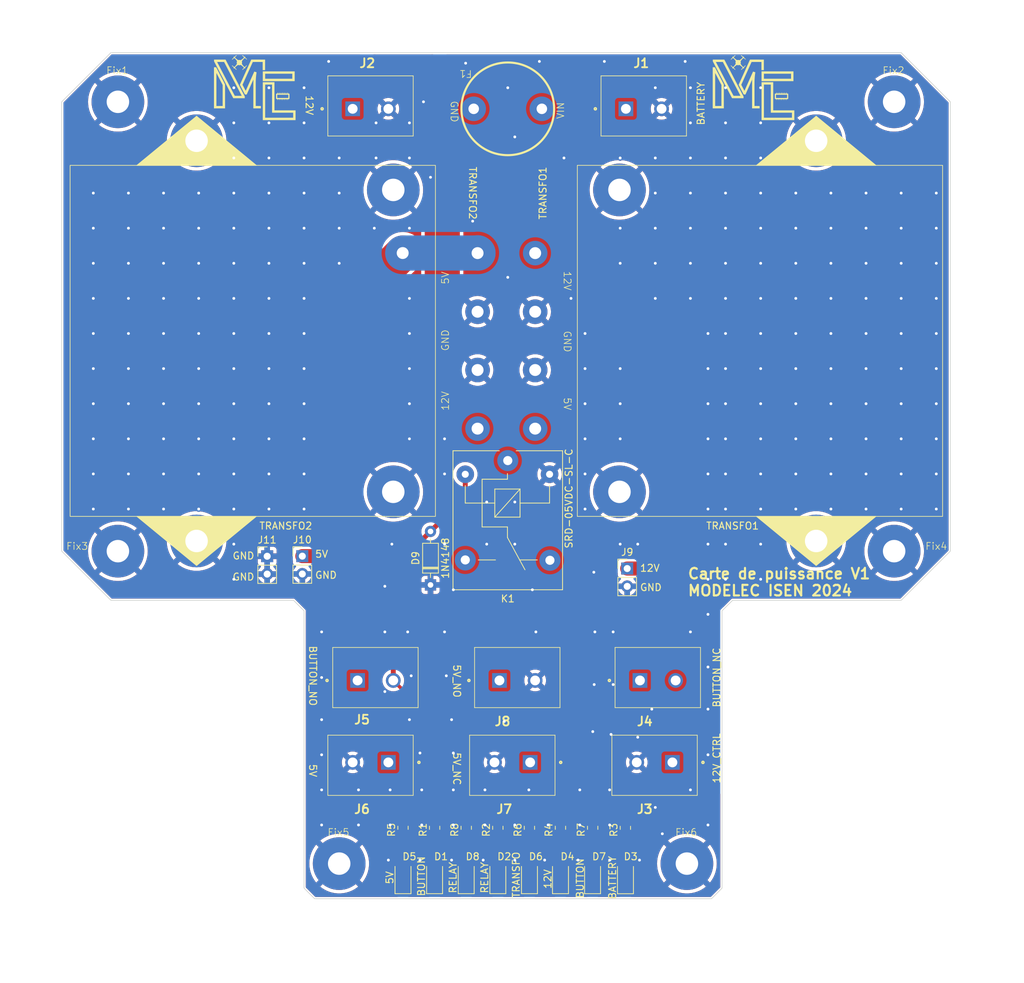
<source format=kicad_pcb>
(kicad_pcb (version 20221018) (generator pcbnew)
  (title_block (title "Carte de puissance") (date "2023-12-20") (rev "1.1") (company "Modelec"))
  (layers (0 "F.Cu" signal) (31 "B.Cu" signal) (34 "B.Paste" user) (35 "F.Paste" user) (36 "B.SilkS" user "B.Silkscreen") (37 "F.SilkS" user "F.Silkscreen") (38 "B.Mask" user) (39 "F.Mask" user) (44 "Edge.Cuts" user))
  (net 0 "")
  (net 1 "GND")
  (net 2 "Net-(D1-A)")
  (net 3 "Net-(D2-A)")
  (net 4 "Net-(D3-A)")
  (net 5 "Net-(D4-A)")
  (net 6 "Net-(D5-A)")
  (net 7 "Net-(D6-A)")
  (net 8 "Net-(D7-A)")
  (net 9 "Net-(D8-A)")
  (net 10 "+12V")
  (net 11 "+5V")
  (net 12 "BUTTON_NO")
  (net 13 "BATTERY")
  (net 14 "RELAY_NO")
  (net 15 "RELAY_NC")
  (net 16 "TRANSFO1")
  (net 17 "BUTTON_NC")
  (footprint "Library:FIX3.2P7.5" (layer "F.Cu") (at 139 96)
    (fp_text reference "Fix4")
    (fp_text value "~")
  )
  (footprint "Library:transfo" (layer "F.Cu") (at 119.4 66.05 -90)
    (fp_text reference "TRANSFO1" hide)
    (fp_text value "TRANSF1")
  )
  (footprint "Resistor_SMD:R_0805_2012Metric" (layer "F.Cu") (at 78.084 135.4 90)
    (fp_text reference "R8")
    (fp_text value "150Ω" hide)
  )
  (footprint "Library:logo_modelec" (layer "F.Cu") (at 48 30)
    (fp_text reference "G***" hide)
    (fp_text value "LOGO" hide)
  )
  (footprint "Resistor_SMD:R_0805_2012Metric" (layer "F.Cu") (at 91.5 135.4 90)
    (fp_text reference "R4")
    (fp_text value "680Ω" hide)
  )
  (footprint "Library:1755736" (layer "F.Cu") (at 100.815 33)
    (fp_text reference "J1")
    (fp_text value "1755736" hide)
  )
  (footprint "Library:FIX3.2P7.5" (layer "F.Cu") (at 139 32)
    (fp_text reference "Fix2")
    (fp_text value "~")
  )
  (footprint "Library:logo_modelec" (layer "F.Cu") (at 119 30)
    (fp_text reference "G***" hide)
    (fp_text value "LOGO" hide)
  )
  (footprint "Library:1755736" (layer "F.Cu") (at 62.62 114.415)
    (fp_text reference "J5")
    (fp_text value "1755736" hide)
  )
  (footprint "Connector_PinHeader_2.54mm:PinHeader_1x02_P2.54mm_Vertical" (layer "F.Cu") (at 54.75 96.71)
    (fp_text reference "J10")
    (fp_text value "Conn_01x02")
  )
  (footprint "Library:1755736" (layer "F.Cu") (at 67 126.085 180)
    (fp_text reference "J6")
    (fp_text value "1755736" hide)
  )
  (footprint "Library:1755736" (layer "F.Cu") (at 107.435 126.085 180)
    (fp_text reference "J3")
    (fp_text value "1755736" hide)
  )
  (footprint "Resistor_SMD:R_0805_2012Metric" (layer "F.Cu") (at 69.084 135.4 90)
    (fp_text reference "R5")
    (fp_text value "150Ω" hide)
  )
  (footprint "Resistor_SMD:R_0805_2012Metric" (layer "F.Cu") (at 82.584 135.4 90)
    (fp_text reference "R2")
    (fp_text value "220Ω" hide)
  )
  (footprint "LED_SMD:LED_1206_3216Metric" (layer "F.Cu") (at 82.584 142.5 90)
    (fp_text reference "D2")
    (fp_text value "RED LED" hide)
  )
  (footprint "Library:1755736" (layer "F.Cu") (at 61.92 33)
    (fp_text reference "J2")
    (fp_text value "1755736" hide)
  )
  (footprint "Library:transfo" (layer "F.Cu") (at 48.2 66.05 90)
    (fp_text reference "TRANSFO2" hide)
    (fp_text value "TRANSF1")
  )
  (footprint "LED_SMD:LED_1206_3216Metric" (layer "F.Cu") (at 69.084 142.5 90)
    (fp_text reference "D5")
    (fp_text value "GREEN LED" hide)
  )
  (footprint "LED_SMD:LED_1206_3216Metric" (layer "F.Cu") (at 91.5 142.5 90)
    (fp_text reference "D4")
    (fp_text value "GREEN LED" hide)
  )
  (footprint "Resistor_SMD:R_0805_2012Metric" (layer "F.Cu") (at 96.084 135.4 90)
    (fp_text reference "R7")
    (fp_text value "680Ω" hide)
  )
  (footprint "Library:1755736" (layer "F.Cu") (at 102.815 114.415)
    (fp_text reference "J4")
    (fp_text value "1755736" hide)
  )
  (footprint "Library:FIX3.2P7.5" (layer "F.Cu") (at 60 140.5)
    (fp_text reference "Fix5")
    (fp_text value "~")
  )
  (footprint "Library:FIX3.2P7.5" (layer "F.Cu") (at 28.5 96)
    (fp_text reference "Fix3")
    (fp_text value "~")
  )
  (footprint "Library:FIX3.2P7.5" (layer "F.Cu") (at 109.5 140.5)
    (fp_text reference "Fix6")
    (fp_text value "~")
  )
  (footprint "LED_SMD:LED_1206_3216Metric" (layer "F.Cu") (at 73.584 142.5 90)
    (fp_text reference "D1")
    (fp_text value "RED LED" hide)
  )
  (footprint "Resistor_SMD:R_0805_2012Metric" (layer "F.Cu") (at 73.584 135.4 90)
    (fp_text reference "R1")
    (fp_text value "680Ω" hide)
  )
  (footprint "LED_SMD:LED_1206_3216Metric" (layer "F.Cu") (at 78.084 142.5 90)
    (fp_text reference "D8")
    (fp_text value "GREEN LED" hide)
  )
  (footprint "Connector_PinHeader_2.54mm:PinHeader_1x02_P2.54mm_Vertical" (layer "F.Cu") (at 101 98.475)
    (fp_text reference "J9")
    (fp_text value "Conn_01x02")
  )
  (footprint "Library:porte fusible E44" (layer "F.Cu") (at 84 33 -90)
    (fp_text reference "F1")
    (fp_text value "Fuse" hide)
  )
  (footprint "Library:1755736" (layer "F.Cu") (at 87.185 126.085 180)
    (fp_text reference "J7")
    (fp_text value "1755736" hide)
  )
  (footprint "LED_SMD:LED_1206_3216Metric" (layer "F.Cu") (at 96.072 142.5 90)
    (fp_text reference "D7")
    (fp_text value "GREEN LED" hide)
  )
  (footprint "Resistor_SMD:R_0805_2012Metric" (layer "F.Cu") (at 100.742 135.408 90)
    (fp_text reference "R3")
    (fp_text value "680Ω" hide)
  )
  (footprint "LED_SMD:LED_1206_3216Metric" (layer "F.Cu") (at 87.084 142.5 90)
    (fp_text reference "D6")
    (fp_text value "GREEN LED" hide)
  )
  (footprint "Library:FIX3.2P7.5" (layer "F.Cu") (at 28.5 32)
    (fp_text reference "Fix1")
    (fp_text value "~")
  )
  (footprint "Library:1755736" (layer "F.Cu") (at 82.815 114.415)
    (fp_text reference "J8")
    (fp_text value "1755736" hide)
  )
  (footprint "Resistor_SMD:R_0805_2012Metric" (layer "F.Cu") (at 87.084 135.4 90)
    (fp_text reference "R6")
    (fp_text value "150Ω" hide)
  )
  (footprint "LED_SMD:LED_1206_3216Metric" (layer "F.Cu") (at 100.75 142.508 90)
    (fp_text reference "D3")
    (fp_text value "GREEN LED" hide)
  )
  (footprint "Diode_THT:D_DO-35_SOD27_P7.62mm_Horizontal" (layer "F.Cu") (at 73 100.81 90)
    (fp_text reference "D9")
    (fp_text value "1N4148")
  )
  (footprint "Relay_THT:Relay_SPDT_SANYOU_SRD_Series_Form_C" (layer "F.Cu") (at 84 83.1 -90)
    (fp_text reference "K1")
    (fp_text value "SRD-05VDC-SL-C")
  )
  (footprint "Connector_PinHeader_2.54mm:PinHeader_1x02_P2.54mm_Vertical" (layer "F.Cu") (at 49.75 96.725)
    (fp_text reference "J11")
    (fp_text value "Conn_01x02")
  )
  (gr_poly (pts (xy 56.5 145.5) (xy 55 144) (xy 55 104.5) (xy 53.5 103) (xy 27.5 103) (xy 20.5 96) (xy 20.5 32) (xy 27.5 25) (xy 69.5 25) (xy 98.5 25) (xy 140 25) (xy 147 32) (xy 147 96) (xy 140 103) (xy 116 103) (xy 114.5 104.5) (xy 114.5 144) (xy 113 145.5)) (stroke (width 0.1)) (fill none) (layer "Edge.Cuts"))
  (gr_text "GND\n" (at 102.75 101.75) (layer "F.SilkS") (effects (font (size 1 1)) (justify left bottom)))
  (gr_text "TRANSFO2" (at 79 45 270) (layer "F.SilkS") (effects (font (size 1 1))))
  (gr_text "GND\n" (at 56.5 100) (layer "F.SilkS") (effects (font (size 1 1)) (justify left bottom)))
  (gr_text "5V" (at 56.5 97) (layer "F.SilkS") (effects (font (size 1 1)) (justify left bottom)))
  (gr_text "GND\n" (at 44.75 97.25) (layer "F.SilkS") (effects (font (size 1 1)) (justify left bottom)))
  (gr_text "TRANSFO1" (at 89 45 90) (layer "F.SilkS") (effects (font (size 1 1))))
  (gr_text "Carte de puissance V1\nMODELEC ISEN 2024" (at 109.5 102.5) (layer "F.SilkS") (effects (font (size 1.5 1.5) (thickness 0.3) bold) (justify left bottom)))
  (gr_text "GND\n" (at 44.75 100.25) (layer "F.SilkS") (effects (font (size 1 1)) (justify left bottom)))
  (gr_text "12V\n" (at 102.75 99) (layer "F.SilkS") (effects (font (size 1 1)) (justify left bottom)))
  (via (at 135 65) (size 0.8) (drill 0.4) (layers "F.Cu" "B.Cu") (net 1))
  (via (at 145 55) (size 0.8) (drill 0.4) (layers "F.Cu" "B.Cu") (net 1))
  (via (at 76.25 101.5) (size 0.8) (drill 0.4) (layers "F.Cu" "B.Cu") (net 1))
  (via (at 96.25 99) (size 0.8) (drill 0.4) (layers "F.Cu" "B.Cu") (net 1))
  (via (at 50 70) (size 0.8) (drill 0.4) (layers "F.Cu" "B.Cu") (net 1))
  (via (at 45 30) (size 0.8) (drill 0.4) (layers "F.Cu" "B.Cu") (net 1))
  (via (at 50 40) (size 0.8) (drill 0.4) (layers "F.Cu" "B.Cu") (net 1))
  (via (at 55 35) (size 0.8) (drill 0.4) (layers "F.Cu" "B.Cu") (net 1))
  (via (at 40 85) (size 0.8) (drill 0.4) (layers "F.Cu" "B.Cu") (net 1))
  (via (at 45 65) (size 0.8) (drill 0.4) (layers "F.Cu" "B.Cu") (net 1))
  (via (at 145 45) (size 0.8) (drill 0.4) (layers "F.Cu" "B.Cu") (net 1))
  (via (at 75 80) (size 0.8) (drill 0.4) (layers "F.Cu" "B.Cu") (net 1))
  (via (at 130 55) (size 0.8) (drill 0.4) (layers "F.Cu" "B.Cu") (net 1))
  (via (at 70 40) (size 0.8) (drill 0.4) (layers "F.Cu" "B.Cu") (net 1))
  (via (at 110 35) (size 0.8) (drill 0.4) (layers "F.Cu" "B.Cu") (net 1))
  (via (at 112.5 112.5) (size 0.8) (drill 0.4) (layers "F.Cu" "B.Cu") (net 1))
  (via (at 73 42.75) (size 0.8) (drill 0.4) (layers "F.Cu" "B.Cu") (net 1))
  (via (at 55 55) (size 0.8) (drill 0.4) (layers "F.Cu" "B.Cu") (net 1))
  (via (at 70 60) (size 0.8) (drill 0.4) (layers "F.Cu" "B.Cu") (net 1))
  (via (at 120 55) (size 0.8) (drill 0.4) (layers "F.Cu" "B.Cu") (net 1))
  (via (at 125 45) (size 0.8) (drill 0.4) (layers "F.Cu" "B.Cu") (net 1))
  (via (at 55 75) (size 0.8) (drill 0.4) (layers "F.Cu" "B.Cu") (net 1))
  (via (at 71.75 130) (size 0.8) (drill 0.4) (layers "F.Cu" "B.Cu") (net 1))
  (via (at 85 95) (size 0.8) (drill 0.4) (layers "F.Cu" "B.Cu") (net 1))
  (via (at 94.25 135) (size 0.8) (drill 0.4) (layers "F.Cu" "B.Cu") (net 1))
  (via (at 45 95) (size 0.8) (drill 0.4) (layers "F.Cu" "B.Cu") (net 1))
  (via (at 76 120) (size 0.8) (drill 0.4) (layers "F.Cu" "B.Cu") (net 1))
  (via (at 25 75) (size 0.8) (drill 0.4) (layers "F.Cu" "B.Cu") (net 1))
  (via (at 60 55) (size 0.8) (drill 0.4) (layers "F.Cu" "B.Cu") (net 1))
  (via (at 110 30) (size 0.8) (drill 0.4) (layers "F.Cu" "B.Cu") (net 1))
  (via (at 135 45) (size 0.8) (drill 0.4) (layers "F.Cu" "B.Cu") (net 1))
  (via (at 102.75 140) (size 0.8) (drill 0.4) (layers "F.Cu" "B.Cu") (net 1))
  (via (at 110 50) (size 0.8) (drill 0.4) (layers "F.Cu" "B.Cu") (net 1))
  (via (at 71.5 140) (size 0.8) (drill 0.4) (layers "F.Cu" "B.Cu") (net 1))
  (via (at 69.75 107.5) (size 0.8) (drill 0.4) (layers "F.Cu" "B.Cu") (net 1))
  (via (at 115 85) (size 0.8) (drill 0.4) (layers "F.Cu" "B.Cu") (net 1))
  (via (at 130 60) (size 0.8) (drill 0.4) (layers "F.Cu" "B.Cu") (net 1))
  (via (at 40 75) (size 0.8) (drill 0.4) (layers "F.Cu" "B.Cu") (net 1))
  (via (at 75.25 113.75) (size 0.8) (drill 0.4) (layers "F.Cu" "B.Cu") (net 1))
  (via (at 84 57) (size 0.8) (drill 0.4) (layers "F.Cu" "B.Cu") (net 1))
  (via (at 40 45) (size 0.8) (drill 0.4) (layers "F.Cu" "B.Cu") (net 1))
  (via (at 120 30) (size 0.8) (drill 0.4) (layers "F.Cu" "B.Cu") (net 1))
  (via (at 75 85) (size 0.8) (drill 0.4) (layers "F.Cu" "B.Cu") (net 1))
  (via (at 135 50) (size 0.8) (drill 0.4) (layers "F.Cu" "B.Cu") (net 1))
  (via (at 115 80) (size 0.8) (drill 0.4) (layers "F.Cu" "B.Cu") (net 1))
  (via (at 35 85) (size 0.8) (drill 0.4) (layers "F.Cu" "B.Cu") (net 1))
  (via (at 120 65) (size 0.8) (drill 0.4) (layers "F.Cu" "B.Cu") (net 1))
  (via (at 94.25 130) (size 0.8) (drill 0.4) (layers "F.Cu" "B.Cu") (net 1))
  (via (at 85 89) (size 0.8) (drill 0.4) (layers "F.Cu" "B.Cu") (net 1))
  (via (at 120 50) (size 0.8) (drill 0.4) (layers "F.Cu" "B.Cu") (net 1))
  (via (at 35 70) (size 0.8) (drill 0.4) (layers "F.Cu" "B.Cu") (net 1))
  (via (at 125 80) (size 0.8) (drill 0.4) (layers "F.Cu" "B.Cu") (net 1))
  (via (at 140 65) (size 0.8) (drill 0.4) (layers "F.Cu" "B.Cu") (net 1))
  (via (at 115 100) (size 0.8) (drill 0.4) (layers "F.Cu" "B.Cu") (net 1))
  (via (at 55 85) (size 0.8) (drill 0.4) (layers "F.Cu" "B.Cu") (net 1))
  (via (at 120 100) (size 0.8) (drill 0.4) (layers "F.Cu" "B.Cu") (net 1))
  (via (at 135 55) (size 0.8) (drill 0.4) (layers "F.Cu" "B.Cu") (net 1))
  (via (at 70 70) (size 0.8) (drill 0.4) (layers "F.Cu" "B.Cu") (net 1))
  (via (at 110 107.5) (size 0.8) (drill 0.4) (layers "F.Cu" "B.Cu") (net 1))
  (via (at 67.25 130) (size 0.8) (drill 0.4) (layers "F.Cu" "B.Cu") (net 1))
  (via (at 30 85) (size 0.8) (drill 0.4) (layers "F.Cu" "B.Cu") (net 1))
  (via (at 65.25 40) (size 0.8) (drill 0.4) (layers "F.Cu" "B.Cu") (net 1))
  (via (at 70 35) (size 0.8) (drill 0.4) (layers "F.Cu" "B.Cu") (net 1))
  (via (at 35 50) (size 0.8) (drill 0.4) (layers "F.Cu" "B.Cu") (net 1))
  (via (at 98.5 135) (size 0.8) (drill 0.4) (layers "F.Cu" "B.Cu") (net 1))
  (via (at 35 90) (size 0.8) (drill 0.4) (layers "F.Cu" "B.Cu") (net 1))
  (via (at 60 40) (size 0.8) (drill 0.4) (layers "F.Cu" "B.Cu") (net 1))
  (via (at 112.5 90) (size 0.8) (drill 0.4) (layers "F.Cu" "B.Cu") (net 1))
  (via (at 95 90) (size 0.8) (drill 0.4) (layers "F.Cu" "B.Cu") (net 1))
  (via (at 50 75) (size 0.8) (drill 0.4) (layers "F.Cu" "B.Cu") (net 1))
  (via (at 115 75) (size 0.8) (drill 0.4) (layers "F.Cu" "B.Cu") (net 1))
  (via (at 98.7 122.1) (size 0.8) (drill 0.4) (layers "F.Cu" "B.Cu") (net 1))
  (via (at 66.5 107.5) (size 0.8) (drill 0.4) (layers "F.Cu" "B.Cu") (net 1))
  (via (at 99 107.5) (size 0.8) (drill 0.4) (layers "F.Cu" "B.Cu") (net 1))
  (via (at 100 75) (size 0.8) (drill 0.4) (layers "F.Cu" "B.Cu") (net 1))
  (via (at 71.75 135) (size 0.8) (drill 0.4) (layers "F.Cu" "B.Cu") (net 1))
  (via (at 25 65) (size 0.8) (drill 0.4) (layers "F.Cu" "B.Cu") (net 1))
  (via (at 105 50) (size 0.8) (drill 0.4) (layers "F.Cu" "B.Cu") (net 1))
  (via (at 102.5 122.5) (size 0.8) (drill 0.4) (layers "F.Cu" "B.Cu") (net 1))
  (via (at 120 35) (size 0.8) (drill 0.4) (layers "F.Cu" "B.Cu") (net 1))
  (via (at 140 75) (size 0.8) (drill 0.4) (layers "F.Cu" "B.Cu") (net 1))
  (via (at 76.25 135) (size 0.8) (drill 0.4) (layers "F.Cu" "B.Cu") (net 1))
  (via (at 100 50) (size 0.8) (drill 0.4) (layers "F.Cu" "B.Cu") (net 1))
  (via (at 95 70) (size 0.8) (drill 0.4) (layers "F.Cu" "B.Cu") (net 1))
  (via (at 85 135) (size 0.8) (drill 0.4) (layers "F.Cu" "B.Cu") (net 1))
  (via (at 130 75) (size 0.8) (drill 0.4) (layers "F.Cu" "B.Cu") (net 1))
  (via (at 115 70) (size 0.8) (drill 0.4) (layers "F.Cu" "B.Cu") (net 1))
  (via (at 110 60) (size 0.8) (drill 0.4) (layers "F.Cu" "B.Cu") (net 1))
  (via (at 79 49) (size 0.8) (drill 0.4) (layers "F.Cu" "B.Cu") (net 1))
  (via (at 96.1 121.7) (size 0.8) (drill 0.4) (layers "F.Cu" "B.Cu") (net 1))
  (via (at 140 90) (size 0.8) (drill 0.4) (layers "F.Cu" "B.Cu") (net 1))
  (via (at 25 90) (size 0.8) (drill 0.4) (layers "F.Cu" "B.Cu") (net 1))
  (via (at 45 60) (size 0.8) (drill 0.4) (layers "F.Cu" "B.Cu") (net 1))
  (via (at 35 60) (size 0.8) (drill 0.4) (layers "F.Cu" "B.Cu") (net 1))
  (via (at 88.5 26.25) (size 0.8) (drill 0.4) (layers "F.Cu" "B.Cu") (net 1))
  (via (at 50 65) (size 0.8) (drill 0.4) (layers "F.Cu" "B.Cu") (net 1))
  (via (at 30 50) (size 0.8) (drill 0.4) (layers "F.Cu" "B.Cu") (net 1))
  (via (at 94 140) (size 0.8) (drill 0.4) (layers "F.Cu" "B.Cu") (net 1))
  (via (at 30 60) (size 0.8) (drill 0.4) (layers "F.Cu" "B.Cu") (net 1))
  (via (at 130 90) (size 0.8) (drill 0.4) (layers "F.Cu" "B.Cu") (net 1))
  (via (at 57.5 120) (size 0.8) (drill 0.4) (layers "F.Cu" "B.Cu") (net 1))
  (via (at 35 55) (size 0.8) (drill 0.4) (layers "F.Cu" "B.Cu") (net 1))
  (via (at 87.5 101.5) (size 0.8) (drill 0.4) (layers "F.Cu" "B.Cu") (net 1))
  (via (at 83.5 120.25) (size 0.8) (drill 0.4) (layers "F.Cu" "B.Cu") (net 1))
  (via (at 67.25 135) (size 0.8) (drill 0.4) (layers "F.Cu" "B.Cu") (net 1))
  (via (at 112.5 118.5) (size 0.8) (drill 0.4) (layers "F.Cu" "B.Cu") (net 1))
  (via (at 50 30) (size 0.8) (drill 0.4) (layers "F.Cu" "B.Cu") (net 1))
  (via (at 66.5 101) (size 0.8) (drill 0.4) (layers "F.Cu" "B.Cu") (net 1))
  (via (at 112.5 80) (size 0.8) (drill 0.4) (layers "F.Cu" "B.Cu") (net 1))
  (via (at 67.5 95) (size 0.8) (drill 0.4) (layers "F.Cu" "B.Cu") (net 1))
  (via (at 120 95) (size 0.8) (drill 0.4) (layers "F.Cu" "B.Cu") (net 1))
  (via (at 125 70) (size 0.8) (drill 0.4) (layers "F.Cu" "B.Cu") (net 1))
  (via (at 98.5 140) (size 0.8) (drill 0.4) (layers "F.Cu" "B.Cu") (net 1))
  (via (at 50 50) (size 0.8) (drill 0.4) (layers "F.Cu" "B.Cu") (net 1))
  (via (at 140 55) (size 0.8) (drill 0.4) (layers "F.Cu" "B.Cu") (net 1))
  (via (at 145 60) (size 0.8) (drill 0.4) (layers "F.Cu" "B.Cu") (net 1))
  (via (at 60 45) (size 0.8) (drill 0.4) (layers "F.Cu" "B.Cu") (net 1))
  (via (at 112.5 70) (size 0.8) (drill 0.4) (layers "F.Cu" "B.Cu") (net 1))
  (via (at 95 75) (size 0.8) (drill 0.4) (layers "F.Cu" "B.Cu") (net 1))
  (via (at 130 80) (size 0.8) (drill 0.4) (layers "F.Cu" "B.Cu") (net 1))
  (via (at 45 75) (size 0.8) (drill 0.4) (layers "F.Cu" "B.Cu") (net 1))
  (via (at 115 95) (size 0.8) (drill 0.4) (layers "F.Cu" "B.Cu") (net 1))
  (via (at 110 40) (size 0.8) (drill 0.4) (layers "F.Cu" "B.Cu") (net 1))
  (via (at 120 60) (size 0.8) (drill 0.4) (layers "F.Cu" "B.Cu") (net 1))
  (via (at 50 45) (size 0.8) (drill 0.4) (layers "F.Cu" "B.Cu") (net 1))
  (via (at 80.75 130) (size 0.8) (drill 0.4) (layers "F.Cu" "B.Cu") (net 1))
  (via (at 112.5 75) (size 0.8) (drill 0.4) (layers "F.Cu" "B.Cu") (net 1))
  (via (at 100 70) (size 0.8) (drill 0.4) (layers "F.Cu" "B.Cu") (net 1))
  (via (at 98.5 130) (size 0.8) (drill 0.4) (layers "F.Cu" "B.Cu") (net 1))
  (via (at 106 136.25) (size 0.8) (drill 0.4) (layers "F.Cu" "B.Cu") (net 1))
  (via (at 135 80) (size 0.8) (drill 0.4) (layers "F.Cu" "B.Cu") (net 1))
  (via (at 110 55) (size 0.8) (drill 0.4) (layers "F.Cu" "B.Cu") (net 1))
  (via (at 89.75 135) (size 0.8) (drill 0.4) (layers "F.Cu" "B.Cu") (net 1))
  (via (at 145 70) (size 0.8) (drill 0.4) (layers "F.Cu" "B.Cu") (net 1))
  (via (at 62.75 130) (size 0.8) (drill 0.4) (layers "F.Cu" "B.Cu") (net 1))
  (via (at 115 60) (size 0.8) (drill 0.4) (layers "F.Cu" "B.Cu") (net 1))
  (via (at 30 75) (size 0.8) (drill 0.4) (layers "F.Cu" "B.Cu") (net 1))
  (via (at 81 89) (size 0.8) (drill 0.4) (layers "F.Cu" "B.Cu") (net 1))
  (via (at 140 80) (size 0.8) (drill 0.4) (layers "F.Cu" "B.Cu") (net 1))
  (via (at 76.25 130) (size 0.8) (drill 0.4) (layers "F.Cu" "B.Cu") (net 1))
  (via (at 81 95) (size 0.8) (drill 0.4) (layers "F.Cu" "B.Cu") (net 1))
  (via (at 71.5 124.75) (size 0.8) (drill 0.4) (layers "F.Cu" "B.Cu") (net 1))
  (via (at 57.5 107.5) (size 0.8) (drill 0.4) (layers "F.Cu" "B.Cu") (net 1))
  (via (at 87 130) (size 0.8) (drill 0.4) (layers "F.Cu" "B.Cu") (net 1))
  (via (at 30 80) (size 0.8) (drill 0.4) (layers "F.Cu" "B.Cu") (net 1))
  (via (at 95 85) (size 0.8) (drill 0.4) (layers "F.Cu" "B.Cu") (net 1))
  (via (at 45 80) (size 0.8) (drill 0.4) (layers "F.Cu" "B.Cu") (net 1))
  (via (at 135 85) (size 0.8) (drill 0.4) (layers "F.Cu" "B.Cu") (net 1))
  (via (at 112.5 125) (size 0.8) (drill 0.4) (layers "F.Cu" "B.Cu") (net 1))
  (via (at 25 50) (size 0.8) (drill 0.4) (layers "F.Cu" "B.Cu") (net 1))
  (via (at 40 65) (size 0.8) (drill 0.4) (layers "F.Cu" "B.Cu") (net 1))
  (via (at 125 55) (size 0.8) (drill 0.4) (layers "F.Cu" "B.Cu") (net 1))
  (via (at 120 70) (size 0.8) (drill 0.4) (layers "F.Cu" "B.Cu") (net 1))
  (via (at 67 140) (size 0.8) (drill 0.4) (layers "F.Cu" "B.Cu") (net 1))
  (via (at 25 45) (size 0.8) (drill 0.4) (layers "F.Cu" "B.Cu") (net 1))
  (via (at 65 50) (size 0.8) (drill 0.4) (layers "F.Cu" "B.Cu") (net 1))
  (via (at 115 30) (size 0.8) (drill 0.4) (layers "F.Cu" "B.Cu") (net 1))
  (via (at 50 85) (size 0.8) (drill 0.4) (layers "F.Cu" "B.Cu") (net 1))
  (via (at 115 55) (size 0.8) (drill 0.4) (layers "F.Cu" "B.Cu") (net 1))
  (via (at 55 50) (size 0.8) (drill 0.4) (layers "F.Cu" "B.Cu") (net 1))
  (via (at 45 90) (size 0.8) (drill 0.4) (layers "F.Cu" "B.Cu") (net 1))
  (via (at 115 65) (size 0.8) (drill 0.4) (layers "F.Cu" "B.Cu") (net 1))
  (via (at 55 30) (size 0.8) (drill 0.4) (layers "F.Cu" "B.Cu") (net 1))
  (via (at 25 55) (size 0.8) (drill 0.4) (layers "F.Cu" "B.Cu") (net 1))
  (via (at 50 90) (size 0.8) (drill 0.4) (layers "F.Cu" "B.Cu") (net 1))
  (via (at 145 85) (size 0.8) (drill 0.4) (layers "F.Cu" "B.Cu") (net 1))
  (via (at 110 130) (size 0.8) (drill 0.4) (layers "F.Cu" "B.Cu") (net 1))
  (via (at 140 60) (size 0.8) (drill 0.4) (layers "F.Cu" "B.Cu") (net 1))
  (via (at 115 40) (size 0.8) (drill 0.4) (layers "F.Cu" "B.Cu") (net 1))
  (via (at 25 70) (size 0.8) (drill 0.4) (layers "F.Cu" "B.Cu") (net 1))
  (via (at 50 60) (size 0.8) (drill 0.4) (layers "F.Cu" "B.Cu") (net 1))
  (via (at 25 80) (size 0.8) (drill 0.4) (layers "F.Cu" "B.Cu") (net 1))
  (via (at 105 60) (size 0.8) (drill 0.4) (layers "F.Cu" "B.Cu") (net 1))
  (via (at 125 65) (size 0.8) (drill 0.4) (layers "F.Cu" "B.Cu") (net 1))
  (via (at 40 55) (size 0.8) (drill 0.4) (layers "F.Cu" "B.Cu") (net 1))
  (via (at 112.5 105) (size 0.8) (drill 0.4) (layers "F.Cu" "B.Cu") (net 1))
  (via (at 95 80) (size 0.8) (drill 0.4) (layers "F.Cu" "B.Cu") (net 1))
  (via (at 45 45) (size 0.8) (drill 0.4) (layers "F.Cu" "B.Cu") (net 1))
  (via (at 100 40) (size 0.8) (drill 0.4) (layers "F.Cu" "B.Cu") (net 1))
  (via (at 99 115) (size 0.8) (drill 0.4) (layers "F.Cu" "B.Cu") (net 1))
  (via (at 109.25 26.25) (size 0.8) (drill 0.4) (layers "F.Cu" "B.Cu") (net 1))
  (via (at 50 80) (size 0.8) (drill 0.4) (layers "F.Cu" "B.Cu") (net 1))
  (via (at 145 50) (size 0.8) (drill 0.4) (layers "F.Cu" "B.Cu") (net 1))
  (via (at 115 35) (size 0.8) (drill 0.4) (layers "F.Cu" "B.Cu") (net 1))
  (via (at 45 70) (size 0.8) (drill 0.4) (layers "F.Cu" "B.Cu") (net 1))
  (via (at 130 70) (size 0.8) (drill 0.4) (layers "F.Cu" "B.Cu") (net 1))
  (via (at 40 70) (size 0.8) (drill 0.4) (layers "F.Cu" "B.Cu") (net 1))
  (via (at 84 30) (size 0.8) (drill 0.4) (layers "F.Cu" "B.Cu") (net 1))
  (via (at 40 90) (size 0.8) (drill 0.4) (layers "F.Cu" "B.Cu") (net 1))
  (via (at 55 65) (size 0.8) (drill 0.4) (layers "F.Cu" "B.Cu") (net 1))
  (via (at 70 65) (size 0.8) (drill 0.4) (layers "F.Cu" "B.Cu") (net 1))
  (via (at 78 26.5) (size 0.8) (drill 0.4) (layers "F.Cu" "B.Cu") (net 1))
  (via (at 55 60) (size 0.8) (drill 0.4) (layers "F.Cu" "B.Cu") (net 1))
  (via (at 72 32) (size 0.8) (drill 0.4) (layers "F.Cu" "B.Cu") (net 1))
  (via (at 97.75 26.25) (size 0.8) (drill 0.4) (layers "F.Cu" "B.Cu") (net 1))
  (via (at 93 60) (size 0.8) (drill 0.4) (layers "F.Cu" "B.Cu") (net 1))
  (via (at 110 45) (size 0.8) (drill 0.4) (layers "F.Cu" "B.Cu") (net 1))
  (via (at 135 75) (size 0.8) (drill 0.4) (layers "F.Cu" "B.Cu") (net 1))
  (via (at 125 90) (size 0.8) (drill 0.4) (layers "F.Cu" "B.Cu") (net 1))
  (via (at 96.3 115) (size 0.8) (drill 0.4) (layers "F.Cu" "B.Cu") (net 1))
  (via (at 57.5 130) (size 0.8) (drill 0.4) (layers "F.Cu" "B.Cu") (net 1))
  (via (at 102.5 95) (size 0.8) (drill 0.4) (layers "F.Cu" "B.Cu") (net 1))
  (via (at 145 80) (size 0.8) (drill 0.4) (layers "F.Cu" "B.Cu") (net 1))
  (via (at 80.75 135) (size 0.8) (drill 0.4) (layers "F.Cu" "B.Cu") (net 1))
  (via (at 60 50) (size 0.8) (drill 0.4) (layers "F.Cu" "B.Cu") (net 1))
  (via (at 89.25 140) (size 0.8) (drill 0.4) (layers "F.Cu" "B.Cu") (net 1))
  (via (at 35 45) (size 0.8) (drill 0.4) (layers "F.Cu" "B.Cu") (net 1))
  (via (at 120 90) (size 0.8) (drill 0.4) (layers "F.Cu" "B.Cu") (net 1))
  (via (at 30 55) (size 0.8) (drill 0.4) (layers "F.Cu" "B.Cu") (net 1))
  (via (at 30 65) (size 0.8) (drill 0.4) (layers "F.Cu" "B.Cu") (net 1))
  (via (at 45 50) (size 0.8) (drill 0.4) (layers "F.Cu" "B.Cu") (net 1))
  (via (at 115 90) (size 0.8) (drill 0.4) (layers "F.Cu" "B.Cu") (net 1))
  (via (at 70 120) (size 0.8) (drill 0.4) (layers "F.Cu" "B.Cu") (net 1))
  (via (at 35 75) (size 0.8) (drill 0.4) (layers "F.Cu" "B.Cu") (net 1))
  (via (at 125 75) (size 0.8) (drill 0.4) (layers "F.Cu" "B.Cu") (net 1))
  (via (at 130 50) (size 0.8) (drill 0.4) (layers "F.Cu" "B.Cu") (net 1))
  (via (at 75 95) (size 0.8) (drill 0.4) (layers "F.Cu" "B.Cu") (net 1))
  (via (at 75 107.5) (size 0.8) (drill 0.4) (layers "F.Cu" "B.Cu") (net 1))
  (via (at 112.5 135) (size 0.8) (drill 0.4) (layers "F.Cu" "B.Cu") (net 1))
  (via (at 120 45) (size 0.8) (drill 0.4) (layers "F.Cu" "B.Cu") (net 1))
  (via (at 88 107.5) (size 0.8) (drill 0.4) (layers "F.Cu" "B.Cu") (net 1))
  (via (at 55 80) (size 0.8) (drill 0.4) (layers "F.Cu" "B.Cu") (net 1))
  (via (at 125 60) (size 0.8) (drill 0.4) (layers "F.Cu" "B.Cu") (net 1))
  (via (at 76.25 124.75) (size 0.8) (drill 0.4) (layers "F.Cu" "B.Cu") (net 1))
  (via (at 112.5 100) (size 0.8) (drill 0.4) (layers "F.Cu" "B.Cu") (net 1))
  (via (at 70 50) (size 0.8) (drill 0.4) (layers "F.Cu" "B.Cu") (net 1))
  (via (at 55 40) (size 0.8) (drill 0.4) (layers "F.Cu" "B.Cu") (net 1))
  (via (at 80.5 140) (size 0.8) (drill 0.4) (layers "F.Cu" "B.Cu") (net 1))
  (via (at 85 140) (size 0.8) (drill 0.4) (layers "F.Cu" "B.Cu") (net 1))
  (via (at 35 80) (size 0.8) (drill 0.4) (layers "F.Cu" "B.Cu") (net 1))
  (via (at 30 45) (size 0.8) (drill 0.4) (layers "F.Cu" "B.Cu") (net 1))
  (via (at 140 45) (size 0.8) (drill 0.4) (layers "F.Cu" "B.Cu") (net 1))
  (via (at 30 90) (size 0.8) (drill 0.4) (layers "F.Cu" "B.Cu") (net 1))
  (via (at 145 65) (size 0.8) (drill 0.4) (layers "F.Cu" "B.Cu") (net 1))
  (via (at 70 80) (size 0.8) (drill 0.4) (layers "F.Cu" "B.Cu") (net 1))
  (via (at 25 85) (size 0.8) (drill 0.4) (layers "F.Cu" "B.Cu") (net 1))
  (via (at 140 85) (size 0.8) (drill 0.4) (layers "F.Cu" "B.Cu") (net 1))
  (via (at 40 80) (size 0.8) (drill 0.4) (layers "F.Cu" "B.Cu") (net 1))
  (via (at 58.5 26.25) (size 0.8) (drill 0.4) (layers "F.Cu" "B.Cu") (net 1))
  (via (at 55 90) (size 0.8) (drill 0.4) (layers "F.Cu" "B.Cu") (net 1))
  (via (at 105 45) (size 0.8) (drill 0.4) (layers "F.Cu" "B.Cu") (net 1))
  (via (at 135 70) (size 0.8) (drill 0.4) (layers "F.Cu" "B.Cu") (net 1))
  (via (at 120 80) (size 0.8) (drill 0.4) (layers "F.Cu" "B.Cu") (net 1))
  (via (at 140 70) (size 0.8) (drill 0.4) (layers "F.Cu" "B.Cu") (net 1))
  (via (at 40 50) (size 0.8) (drill 0.4) (layers "F.Cu" "B.Cu") (net 1))
  (via (at 120 85) (size 0.8) (drill 0.4) (layers "F.Cu" "B.Cu") (net 1))
  (via (at 55 70) (size 0.8) (drill 0.4) (layers "F.Cu" "B.Cu") (net 1))
  (via (at 30 70) (size 0.8) (drill 0.4) (layers "F.Cu" "B.Cu") (net 1))
  (via (at 130 45) (size 0.8) (drill 0.4) (layers "F.Cu" "B.Cu") (net 1))
  (via (at 50 35) (size 0.8) (drill 0.4) (layers "F.Cu" "B.Cu") (net 1))
  (via (at 45 55) (size 0.8) (drill 0.4) (layers "F.Cu" "B.Cu") (net 1))
  (via (at 45 40) (size 0.8) (drill 0.4) (layers "F.Cu" "B.Cu") (net 1))
  (via (at 70 75) (size 0.8) (drill 0.4) (layers "F.Cu" "B.Cu") (net 1))
  (via (at 125 50) (size 0.8) (drill 0.4) (layers "F.Cu" "B.Cu") (net 1))
  (via (at 65.25 35) (size 0.8) (drill 0.4) (layers "F.Cu" "B.Cu") (net 1))
  (via (at 85 37) (size 0.8) (drill 0.4) (layers "F.Cu" "B.Cu") (net 1))
  (via (at 130 85) (size 0.8) (drill 0.4) (layers "F.Cu" "B.Cu") (net 1))
  (via (at 105 30) (size 0.8) (drill 0.4) (layers "F.Cu" "B.Cu") (net 1))
  (via (at 57.5 135) (size 0.8) (drill 0.4) (layers "F.Cu" "B.Cu") (net 1))
  (via (at 57.5 125) (size 0.8) (drill 0.4) (layers "F.Cu" "B.Cu") (net 1))
  (via (at 100 95) (size 0.8) (drill 0.4) (layers "F.Cu" "B.Cu") (net 1))
  (via (at 25 60) (size 0.8) (drill 0.4) (layers "F.Cu" "B.Cu") (net 1))
  (via (at 115 50) (size 0.8) (drill 0.4) (layers "F.Cu" "B.Cu") (net 1))
  (via (at 115 45) (size 0.8) (drill 0.4) (layers "F.Cu" "B.Cu") (net 1))
  (via (at 140 50) (size 0.8) (drill 0.4) (layers "F.Cu" "B.Cu") (net 1))
  (via (at 92 40) (size 0.8) (drill 0.4) (layers "F.Cu" "B.Cu") (net 1))
  (via (at 125 85) (size 0.8) (drill 0.4) (layers "F.Cu" "B.Cu") (net 1))
  (via (at 100 80) (size 0.8) (drill 0.4) (layers "F.Cu" "B.Cu") (net 1))
  (via (at 62.75 135) (size 0.8) (drill 0.4) (layers "F.Cu" "B.Cu") (net 1))
  (via (at 57.5 114) (size 0.8) (drill 0.4) (layers "F.Cu" "B.Cu") (net 1))
  (via (at 145 75) (size 0.8) (drill 0.4) (layers "F.Cu" "B.Cu") (net 1))
  (via (at 130 65) (size 0.8) (drill 0.4) (layers "F.Cu" "B.Cu") (net 1))
  (via (at 135 90) (size 0.8) (drill 0.4) (layers "F.Cu" "B.Cu") (net 1))
  (via (at 35 65) (size 0.8) (drill 0.4) (layers "F.Cu" "B.Cu") (net 1))
  (via (at 112.5 85) (size 0.8) (drill 0.4) (layers "F.Cu" "B.Cu") (net 1))
  (via (at 120 40) (size 0.8) (drill 0.4) (layers "F.Cu" "B.Cu") (net 1))
  (via (at 95 65) (size 0.8) (drill 0.4) (layers "F.Cu" "B.Cu") (net 1))
  (via (at 100 55) (size 0.8) (drill 0.4) (layers "F.Cu" "B.Cu") (net 1))
  (via (at 105 40) (size 0.8) (drill 0.4) (layers "F.Cu" "B.Cu") (net 1))
  (via (at 66.5 116) (size 0.8) (drill 0.4) (layers "F.Cu" "B.Cu") (net 1))
  (via (at 50 55) (size 0.8) (drill 0.4) (layers "F.Cu" "B.Cu") (net 1))
  (via (at 112.5 65) (size 0.8) (drill 0.4) (layers "F.Cu" "B.Cu") (net 1))
  (via (at 40 60) (size 0.8) (drill 0.4) (layers "F.Cu" "B.Cu") (net 1))
  (via (at 76 140) (size 0.8) (drill 0.4) (layers "F.Cu" "B.Cu") (net 1))
  (via (at 112.5 95) (size 0.8) (drill 0.4) (layers "F.Cu" "B.Cu") (net 1))
  (via (at 96.4 107.5) (size 0.8) (drill 0.4) (layers "F.Cu" "B.Cu") (net 1))
  (via (at 55 45) (size 0.8) (drill 0.4) (layers "F.Cu" "B.Cu") (net 1))
  (via (at 45 100) (size 0.8) (drill 0.4) (layers "F.Cu" "B.Cu") (net 1))
  (via (at 120 75) (size 0.8) (drill 0.4) (layers "F.Cu" "B.Cu") (net 1))
  (via (at 105 132.5) (size 0.8) (drill 0.4) (layers "F.Cu" "B.Cu") (net 1))
  (via (at 105 55) (size 0.8) (drill 0.4) (layers "F.Cu" "B.Cu") (net 1))
  (via (at 104.5 118.5) (size 0.8) (drill 0.4) (layers "F.Cu" "B.Cu") (net 1))
  (via (at 70.25 113.75) (size 0.8) (drill 0.4) (layers "F.Cu" "B.Cu") (net 1))
  (via (at 145 90) (size 0.8) (drill 0.4) (layers "F.Cu" "B.Cu") (net 1))
  (via (at 45 35) (size 0.8) (drill 0.4) (layers "F.Cu" "B.Cu") (net 1))
  (via (at 45 85) (size 0.8) (drill 0.4) (layers "F.Cu" "B.Cu") (net 1))
  (via (at 135 60) (size 0.8) (drill 0.4) (layers "F.Cu" "B.Cu") (net 1))
  (segment (start 73.584 136.3125) (end 73.584 141.1) (width 0.5) (layer "F.Cu") (net 2))
  (segment (start 82.584 136.3125) (end 82.584 141.1) (width 0.5) (layer "F.Cu") (net 3))
  (segment (start 100.742 141.1) (end 100.75 141.108) (width 0.5) (layer "F.Cu") (net 4))
  (segment (start 100.742 136.3205) (end 100.742 141.1) (width 0.5) (layer "F.Cu") (net 4))
  (segment (start 91.5 136.3125) (end 91.5 141.1) (width 0.5) (layer "F.Cu") (net 5))
  (segment (start 69.084 136.3125) (end 69.084 141.1) (width 0.5) (layer "F.Cu") (net 6))
  (segment (start 87.084 136.3125) (end 87.084 141.1) (width 0.5) (layer "F.Cu") (net 7))
  (segment (start 96.084 136.3125) (end 96.084 141.088) (width 0.5) (layer "F.Cu") (net 8))
  (segment (start 96.084 141.088) (end 96.072 141.1) (width 0.5) (layer "F.Cu") (net 8))
  (segment (start 78.084 136.3125) (end 78.084 141.1) (width 0.5) (layer "F.Cu") (net 9))
  (segment (start 79.15 35.15) (end 79.15 33) (width 5) (layer "F.Cu") (net 10))
  (segment (start 91.5 131) (end 102.5 120) (width 0.5) (layer "F.Cu") (net 10))
  (segment (start 73.25 27.75) (end 65 27.75) (width 5) (layer "F.Cu") (net 10))
  (segment (start 79.76 78.54) (end 74.676 73.456) (width 5) (layer "F.Cu") (net 10))
  (segment (start 108 102.68) (end 102.815 107.865) (width 5) (layer "F.Cu") (net 10))
  (segment (start 89.6 52.55) (end 89.6 50.35) (width 10) (layer "F.Cu") (net 10))
  (segment (start 61.92 30.83) (end 61.92 33) (width 5) (layer "F.Cu") (net 10))
  (segment (start 78.5 33) (end 78.5 39.25) (width 10) (layer "F.Cu") (net 10))
  (segment (start 87.9 53.55) (end 92.934063 53.55) (width 5) (layer "F.Cu") (net 10))
  (segment (start 102.5 120) (end 102.5 114.415) (width 0.5) (layer "F.Cu") (net 10))
  (segment (start 78.5 33) (end 73.25 27.75) (width 5) (layer "F.Cu") (net 10))
  (segment (start 65 27.75) (end 61.92 30.83) (width 5) (layer "F.Cu") (net 10))
  (segment (start 102.815 114.415) (end 102 114.415) (width 0.5) (layer "F.Cu") (net 10))
  (segment (start 74.676 73.456) (end 74.676 46.824) (width 5) (layer "F.Cu") (net 10))
  (segment (start 92.934063 53.55) (end 108 68.615937) (width 5) (layer "F.Cu") (net 10))
  (segment (start 91.5 134.4875) (end 91.5 131) (width 0.5) (layer "F.Cu") (net 10))
  (segment (start 74.676 46.824) (end 80.375 41.125) (width 5) (layer "F.Cu") (net 10))
  (segment (start 89.6 50.35) (end 80.375 41.125) (width 10) (layer "F.Cu") (net 10))
  (segment (start 101 98.475) (end 107.775 98.475) (width 2) (layer "F.Cu") (net 10))
  (segment (start 78.5 39.25) (end 80.375 41.125) (width 10) (layer "F.Cu") (net 10))
  (segment (start 102.815 107.865) (end 102.5 114.415) (width 5) (layer "F.Cu") (net 10))
  (segment (start 108 68.615937) (end 108 102.68) (width 5) (layer "F.Cu") (net 10))
  (segment (start 54.75 96.71) (end 62.58 96.71) (width 2) (layer "F.Cu") (net 11))
  (segment (start 62.62 94.12) (end 60.25 91.75) (width 5) (layer "F.Cu") (net 11))
  (segment (start 60.25 83.5) (end 60.25 91.75) (width 5) (layer "F.Cu") (net 11))
  (segment (start 67 126.085) (end 67 124) (width 5) (layer "F.Cu") (net 11))
  (segment (start 62.62 81.13) (end 60.25 83.5) (width 5) (layer "F.Cu") (net 11))
  (segment (start 69.084 134.4875) (end 69.084 128.169) (width 0.5) (layer "F.Cu") (net 11))
  (segment (start 67 124) (end 62.62 119.62) (width 5) (layer "F.Cu") (net 11))
  (segment (start 62.62 59.96) (end 69.04 53.54) (width 5) (layer "F.Cu") (net 11))
  (segment (start 62.62 119.62) (end 62.62 94.12) (width 5) (layer "F.Cu") (net 11))
  (segment (start 62.62 59.96) (end 62.62 81.13) (width 5) (layer "F.Cu") (net 11))
  (segment (start 69.084 128.169) (end 67 126.085) (width 0.5) (layer "F.Cu") (net 11))
  (via (at 69.04 53.54) (size 3.5) (drill 1.7) (layers "F.Cu" "B.Cu") (net 11))
  (segment (start 79.72 53.5) (end 79.76 53.54) (width 5) (layer "B.Cu") (net 11))
  (segment (start 69.04 53.54) (end 79.76 53.54) (width 5) (layer "B.Cu") (net 11))
  (segment (start 67.7 114.415) (end 67.7 98.49) (width 0.7) (layer "F.Cu") (net 12))
  (segment (start 77.95 88.24) (end 73 93.19) (width 0.7) (layer "F.Cu") (net 12))
  (segment (start 73.584 120.299) (end 73.584 134.4875) (width 0.5) (layer "F.Cu") (net 12))
  (segment (start 77.95 85.05) (end 77.95 88.24) (width 0.7) (layer "F.Cu") (net 12))
  (segment (start 67.7 114.415) (end 73.584 120.299) (width 0.5) (layer "F.Cu") (net 12))
  (segment (start 67.7 98.49) (end 73 93.19) (width 0.7) (layer "F.Cu") (net 12))
  (segment (start 109.0045 134.4955) (end 113.75 129.75) (width 0.5) (layer "F.Cu") (net 13))
  (segment (start 90.5 33) (end 98 33) (width 10) (layer "F.Cu") (net 13))
  (segment (start 113.75 45.935) (end 100.815 33) (width 0.5) (layer "F.Cu") (net 13))
  (segment (start 113.75 129.75) (end 113.75 45.935) (width 0.5) (layer "F.Cu") (net 13))
  (segment (start 100.742 134.4955) (end 109.0045 134.4955) (width 0.5) (layer "F.Cu") (net 13))
  (segment (start 82.584 134.4875) (end 82.584 130.686) (width 0.5) (layer "F.Cu") (net 14))
  (segment (start 93 100.3) (end 93 120.27) (width 5) (layer "F.Cu") (net 14))
  (segment (start 93 120.27) (end 87.185 126.085) (width 5) (layer "F.Cu") (net 14))
  (segment (start 82.584 130.686) (end 87.185 126.085) (width 0.5) (layer "F.Cu") (net 14))
  (segment (start 90 97.3) (end 93 100.3) (width 5) (layer "F.Cu") (net 14))
  (segment (start 82.815 114.415) (end 82.815 102.115) (width 5) (layer "F.Cu") (net 15))
  (segment (start 82.815 102.115) (end 77.95 97.25) (width 5) (layer "F.Cu") (net 15))
  (segment (start 82.815 117.159695) (end 82.815 114.415) (width 0.5) (layer "F.Cu") (net 15))
  (segment (start 78.084 134.4875) (end 78.084 121.890695) (width 0.5) (layer "F.Cu") (net 15))
  (segment (start 78.084 121.890695) (end 82.815 117.159695) (width 0.5) (layer "F.Cu") (net 15))
  (segment (start 97.5 122) (end 87.084 132.416) (width 0.5) (layer "F.Cu") (net 16))
  (segment (start 84 83.1) (end 84 83.8) (width 0.5) (layer "F.Cu") (net 16))
  (segment (start 87.084 132.416) (end 87.084 134.4875) (width 0.5) (layer "F.Cu") (net 16))
  (segment (start 84 83.1) (end 87.88 79.22) (width 5) (layer "F.Cu") (net 16))
  (segment (start 84 83.8) (end 97.5 97.3) (width 0.5) (layer "F.Cu") (net 16))
  (segment (start 97.5 97.3) (end 97.5 122) (width 0.5) (layer "F.Cu") (net 16))
  (segment (start 87.88 79.22) (end 87.88 78.54) (width 5) (layer "F.Cu") (net 16))
  (segment (start 109 115.02) (end 108.3 114.415) (width 5) (layer "F.Cu") (net 17))
  (segment (start 104.25 130) (end 107.435 126.815) (width 0.5) (layer "F.Cu") (net 17))
  (segment (start 107.435 126.085) (end 109 124.52) (width 5) (layer "F.Cu") (net 17))
  (segment (start 100.5715 130) (end 96.084 134.4875) (width 0.5) (layer "F.Cu") (net 17))
  (segment (start 104.25 130) (end 100.5715 130) (width 0.5) (layer "F.Cu") (net 17))
  (segment (start 109 124.52) (end 109 115.02) (width 5) (layer "F.Cu") (net 17))
  (zone (net 1) (net_name "GND") (layer "F.Cu") (priority 1) (connect_pads (clearance 0.5)) (min_thickness 0.25) (fill yes (thermal_gap 0.5) (thermal_bridge_width 0.8))
    (polygon (pts (xy 157.5 157.5) (xy 157.5 17.5) (xy 12.5 17.5) (xy 12.5 157.5)))
  )
  (zone (net 1) (net_name "GND") (layer "B.Cu") (name "Plan de masse") (connect_pads (clearance 0.5)) (min_thickness 0.25) (fill yes (thermal_gap 0.5) (thermal_bridge_width 0.8))
    (polygon (pts (xy 15 155) (xy 155 155) (xy 155 20) (xy 15 20)))
  )
)
</source>
